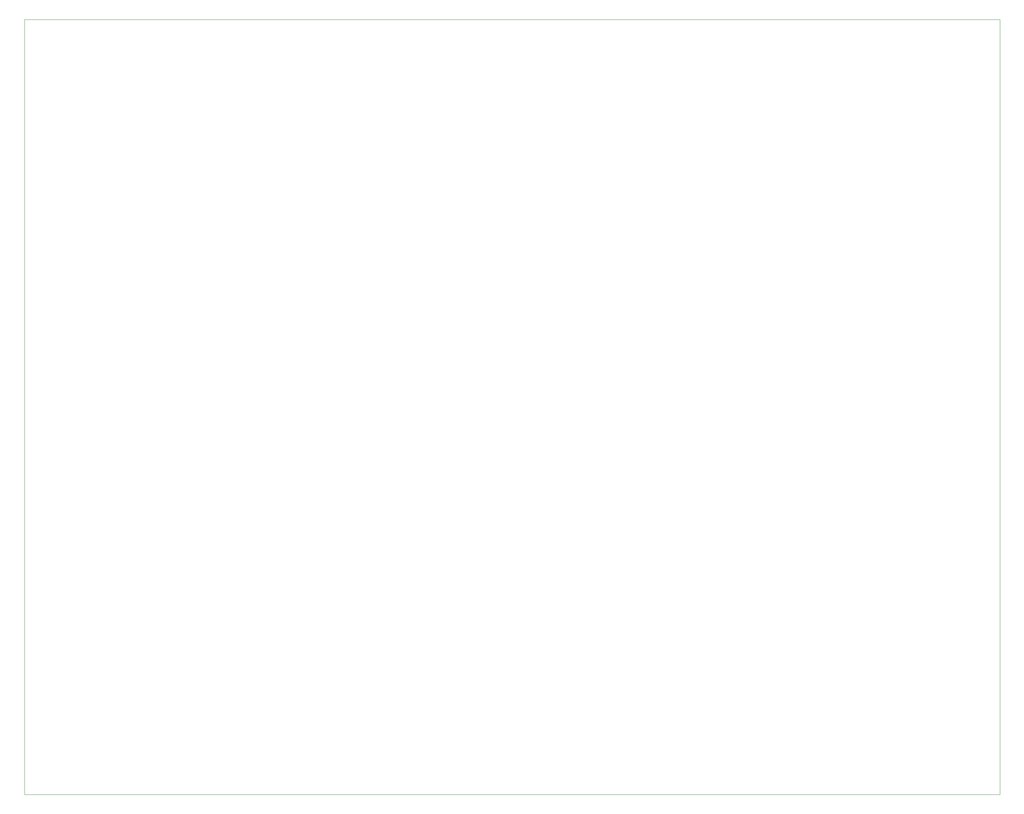
<source format=gbr>
%TF.GenerationSoftware,KiCad,Pcbnew,8.0.3*%
%TF.CreationDate,2024-10-09T15:47:07-03:00*%
%TF.ProjectId,mod_sensado_Prototipo_270624,6d6f645f-7365-46e7-9361-646f5f50726f,rev?*%
%TF.SameCoordinates,Original*%
%TF.FileFunction,Profile,NP*%
%FSLAX46Y46*%
G04 Gerber Fmt 4.6, Leading zero omitted, Abs format (unit mm)*
G04 Created by KiCad (PCBNEW 8.0.3) date 2024-10-09 15:47:07*
%MOMM*%
%LPD*%
G01*
G04 APERTURE LIST*
%TA.AperFunction,Profile*%
%ADD10C,0.050000*%
%TD*%
G04 APERTURE END LIST*
D10*
X11980000Y-12375000D02*
X244770000Y-12375000D01*
X244770000Y-197465000D01*
X11980000Y-197465000D01*
X11980000Y-12375000D01*
M02*

</source>
